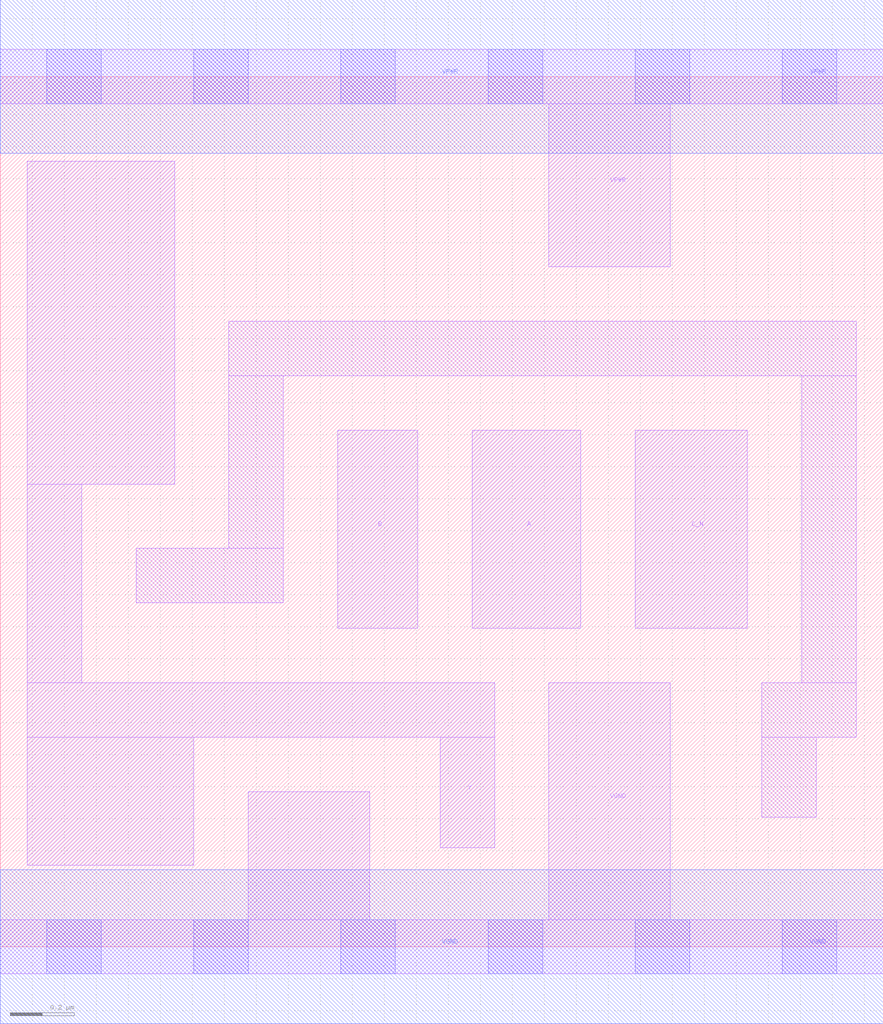
<source format=lef>
# Copyright 2020 The SkyWater PDK Authors
#
# Licensed under the Apache License, Version 2.0 (the "License");
# you may not use this file except in compliance with the License.
# You may obtain a copy of the License at
#
#     https://www.apache.org/licenses/LICENSE-2.0
#
# Unless required by applicable law or agreed to in writing, software
# distributed under the License is distributed on an "AS IS" BASIS,
# WITHOUT WARRANTIES OR CONDITIONS OF ANY KIND, either express or implied.
# See the License for the specific language governing permissions and
# limitations under the License.
#
# SPDX-License-Identifier: Apache-2.0

VERSION 5.7 ;
  NAMESCASESENSITIVE ON ;
  NOWIREEXTENSIONATPIN ON ;
  DIVIDERCHAR "/" ;
  BUSBITCHARS "[]" ;
UNITS
  DATABASE MICRONS 200 ;
END UNITS
PROPERTYDEFINITIONS
  MACRO maskLayoutSubType STRING ;
  MACRO prCellType STRING ;
  MACRO originalViewName STRING ;
END PROPERTYDEFINITIONS
MACRO sky130_fd_sc_hdll__nor3b_1
  CLASS CORE ;
  FOREIGN sky130_fd_sc_hdll__nor3b_1 ;
  ORIGIN  0.000000  0.000000 ;
  SIZE  2.760000 BY  2.720000 ;
  SYMMETRY X Y R90 ;
  SITE unithd ;
  PIN A
    ANTENNAGATEAREA  0.277500 ;
    DIRECTION INPUT ;
    USE SIGNAL ;
    PORT
      LAYER li1 ;
        RECT 1.475000 0.995000 1.815000 1.615000 ;
    END
  END A
  PIN B
    ANTENNAGATEAREA  0.277500 ;
    DIRECTION INPUT ;
    USE SIGNAL ;
    PORT
      LAYER li1 ;
        RECT 1.055000 0.995000 1.305000 1.615000 ;
    END
  END B
  PIN C_N
    ANTENNAGATEAREA  0.138600 ;
    DIRECTION INPUT ;
    USE SIGNAL ;
    PORT
      LAYER li1 ;
        RECT 1.985000 0.995000 2.335000 1.615000 ;
    END
  END C_N
  PIN Y
    ANTENNADIFFAREA  0.759000 ;
    DIRECTION OUTPUT ;
    USE SIGNAL ;
    PORT
      LAYER li1 ;
        RECT 0.085000 0.255000 0.605000 0.655000 ;
        RECT 0.085000 0.655000 1.545000 0.825000 ;
        RECT 0.085000 0.825000 0.255000 1.445000 ;
        RECT 0.085000 1.445000 0.545000 2.455000 ;
        RECT 1.375000 0.310000 1.545000 0.655000 ;
    END
  END Y
  PIN VGND
    DIRECTION INOUT ;
    USE GROUND ;
    PORT
      LAYER li1 ;
        RECT 0.000000 -0.085000 2.760000 0.085000 ;
        RECT 0.775000  0.085000 1.155000 0.485000 ;
        RECT 1.715000  0.085000 2.095000 0.825000 ;
      LAYER mcon ;
        RECT 0.145000 -0.085000 0.315000 0.085000 ;
        RECT 0.605000 -0.085000 0.775000 0.085000 ;
        RECT 1.065000 -0.085000 1.235000 0.085000 ;
        RECT 1.525000 -0.085000 1.695000 0.085000 ;
        RECT 1.985000 -0.085000 2.155000 0.085000 ;
        RECT 2.445000 -0.085000 2.615000 0.085000 ;
      LAYER met1 ;
        RECT 0.000000 -0.240000 2.760000 0.240000 ;
    END
  END VGND
  PIN VPWR
    DIRECTION INOUT ;
    USE POWER ;
    PORT
      LAYER li1 ;
        RECT 0.000000 2.635000 2.760000 2.805000 ;
        RECT 1.715000 2.125000 2.095000 2.635000 ;
      LAYER mcon ;
        RECT 0.145000 2.635000 0.315000 2.805000 ;
        RECT 0.605000 2.635000 0.775000 2.805000 ;
        RECT 1.065000 2.635000 1.235000 2.805000 ;
        RECT 1.525000 2.635000 1.695000 2.805000 ;
        RECT 1.985000 2.635000 2.155000 2.805000 ;
        RECT 2.445000 2.635000 2.615000 2.805000 ;
      LAYER met1 ;
        RECT 0.000000 2.480000 2.760000 2.960000 ;
    END
  END VPWR
  OBS
    LAYER li1 ;
      RECT 0.425000 1.075000 0.885000 1.245000 ;
      RECT 0.715000 1.245000 0.885000 1.785000 ;
      RECT 0.715000 1.785000 2.675000 1.955000 ;
      RECT 2.380000 0.405000 2.550000 0.655000 ;
      RECT 2.380000 0.655000 2.675000 0.825000 ;
      RECT 2.505000 0.825000 2.675000 1.785000 ;
  END
  PROPERTY maskLayoutSubType "abstract" ;
  PROPERTY prCellType "standard" ;
  PROPERTY originalViewName "layout" ;
END sky130_fd_sc_hdll__nor3b_1

</source>
